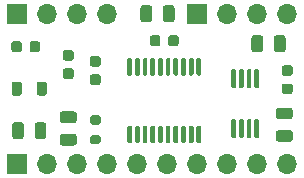
<source format=gts>
G04 #@! TF.GenerationSoftware,KiCad,Pcbnew,6.0.5+dfsg-1~bpo11+1*
G04 #@! TF.CreationDate,2022-12-25T14:08:46+00:00*
G04 #@! TF.ProjectId,stm32l0_mod_source,73746d33-326c-4305-9f6d-6f645f736f75,0.1*
G04 #@! TF.SameCoordinates,Original*
G04 #@! TF.FileFunction,Soldermask,Top*
G04 #@! TF.FilePolarity,Negative*
%FSLAX46Y46*%
G04 Gerber Fmt 4.6, Leading zero omitted, Abs format (unit mm)*
G04 Created by KiCad (PCBNEW 6.0.5+dfsg-1~bpo11+1) date 2022-12-25 14:08:46*
%MOMM*%
%LPD*%
G01*
G04 APERTURE LIST*
%ADD10R,1.700000X1.700000*%
%ADD11O,1.700000X1.700000*%
G04 APERTURE END LIST*
G36*
G01*
X145841000Y-96516000D02*
X145841000Y-96016000D01*
G75*
G02*
X146066000Y-95791000I225000J0D01*
G01*
X146516000Y-95791000D01*
G75*
G02*
X146741000Y-96016000I0J-225000D01*
G01*
X146741000Y-96516000D01*
G75*
G02*
X146516000Y-96741000I-225000J0D01*
G01*
X146066000Y-96741000D01*
G75*
G02*
X145841000Y-96516000I0J225000D01*
G01*
G37*
G36*
G01*
X147391000Y-96516000D02*
X147391000Y-96016000D01*
G75*
G02*
X147616000Y-95791000I225000J0D01*
G01*
X148066000Y-95791000D01*
G75*
G02*
X148291000Y-96016000I0J-225000D01*
G01*
X148291000Y-96516000D01*
G75*
G02*
X148066000Y-96741000I-225000J0D01*
G01*
X147616000Y-96741000D01*
G75*
G02*
X147391000Y-96516000I0J225000D01*
G01*
G37*
G36*
G01*
X138463000Y-102248000D02*
X139413000Y-102248000D01*
G75*
G02*
X139663000Y-102498000I0J-250000D01*
G01*
X139663000Y-102998000D01*
G75*
G02*
X139413000Y-103248000I-250000J0D01*
G01*
X138463000Y-103248000D01*
G75*
G02*
X138213000Y-102998000I0J250000D01*
G01*
X138213000Y-102498000D01*
G75*
G02*
X138463000Y-102248000I250000J0D01*
G01*
G37*
G36*
G01*
X138463000Y-104148000D02*
X139413000Y-104148000D01*
G75*
G02*
X139663000Y-104398000I0J-250000D01*
G01*
X139663000Y-104898000D01*
G75*
G02*
X139413000Y-105148000I-250000J0D01*
G01*
X138463000Y-105148000D01*
G75*
G02*
X138213000Y-104898000I0J250000D01*
G01*
X138213000Y-104398000D01*
G75*
G02*
X138463000Y-104148000I250000J0D01*
G01*
G37*
G36*
G01*
X139188000Y-99510000D02*
X138688000Y-99510000D01*
G75*
G02*
X138463000Y-99285000I0J225000D01*
G01*
X138463000Y-98835000D01*
G75*
G02*
X138688000Y-98610000I225000J0D01*
G01*
X139188000Y-98610000D01*
G75*
G02*
X139413000Y-98835000I0J-225000D01*
G01*
X139413000Y-99285000D01*
G75*
G02*
X139188000Y-99510000I-225000J0D01*
G01*
G37*
G36*
G01*
X139188000Y-97960000D02*
X138688000Y-97960000D01*
G75*
G02*
X138463000Y-97735000I0J225000D01*
G01*
X138463000Y-97285000D01*
G75*
G02*
X138688000Y-97060000I225000J0D01*
G01*
X139188000Y-97060000D01*
G75*
G02*
X139413000Y-97285000I0J-225000D01*
G01*
X139413000Y-97735000D01*
G75*
G02*
X139188000Y-97960000I-225000J0D01*
G01*
G37*
G36*
G01*
X156751000Y-101928000D02*
X157701000Y-101928000D01*
G75*
G02*
X157951000Y-102178000I0J-250000D01*
G01*
X157951000Y-102678000D01*
G75*
G02*
X157701000Y-102928000I-250000J0D01*
G01*
X156751000Y-102928000D01*
G75*
G02*
X156501000Y-102678000I0J250000D01*
G01*
X156501000Y-102178000D01*
G75*
G02*
X156751000Y-101928000I250000J0D01*
G01*
G37*
G36*
G01*
X156751000Y-103828000D02*
X157701000Y-103828000D01*
G75*
G02*
X157951000Y-104078000I0J-250000D01*
G01*
X157951000Y-104578000D01*
G75*
G02*
X157701000Y-104828000I-250000J0D01*
G01*
X156751000Y-104828000D01*
G75*
G02*
X156501000Y-104578000I0J250000D01*
G01*
X156501000Y-104078000D01*
G75*
G02*
X156751000Y-103828000I250000J0D01*
G01*
G37*
G36*
G01*
X157730000Y-100793000D02*
X157230000Y-100793000D01*
G75*
G02*
X157005000Y-100568000I0J225000D01*
G01*
X157005000Y-100118000D01*
G75*
G02*
X157230000Y-99893000I225000J0D01*
G01*
X157730000Y-99893000D01*
G75*
G02*
X157955000Y-100118000I0J-225000D01*
G01*
X157955000Y-100568000D01*
G75*
G02*
X157730000Y-100793000I-225000J0D01*
G01*
G37*
G36*
G01*
X157730000Y-99243000D02*
X157230000Y-99243000D01*
G75*
G02*
X157005000Y-99018000I0J225000D01*
G01*
X157005000Y-98568000D01*
G75*
G02*
X157230000Y-98343000I225000J0D01*
G01*
X157730000Y-98343000D01*
G75*
G02*
X157955000Y-98568000I0J-225000D01*
G01*
X157955000Y-99018000D01*
G75*
G02*
X157730000Y-99243000I-225000J0D01*
G01*
G37*
G36*
G01*
X154440000Y-96995000D02*
X154440000Y-96045000D01*
G75*
G02*
X154690000Y-95795000I250000J0D01*
G01*
X155190000Y-95795000D01*
G75*
G02*
X155440000Y-96045000I0J-250000D01*
G01*
X155440000Y-96995000D01*
G75*
G02*
X155190000Y-97245000I-250000J0D01*
G01*
X154690000Y-97245000D01*
G75*
G02*
X154440000Y-96995000I0J250000D01*
G01*
G37*
G36*
G01*
X156340000Y-96995000D02*
X156340000Y-96045000D01*
G75*
G02*
X156590000Y-95795000I250000J0D01*
G01*
X157090000Y-95795000D01*
G75*
G02*
X157340000Y-96045000I0J-250000D01*
G01*
X157340000Y-96995000D01*
G75*
G02*
X157090000Y-97245000I-250000J0D01*
G01*
X156590000Y-97245000D01*
G75*
G02*
X156340000Y-96995000I0J250000D01*
G01*
G37*
G36*
G01*
X147942000Y-93505000D02*
X147942000Y-94455000D01*
G75*
G02*
X147692000Y-94705000I-250000J0D01*
G01*
X147192000Y-94705000D01*
G75*
G02*
X146942000Y-94455000I0J250000D01*
G01*
X146942000Y-93505000D01*
G75*
G02*
X147192000Y-93255000I250000J0D01*
G01*
X147692000Y-93255000D01*
G75*
G02*
X147942000Y-93505000I0J-250000D01*
G01*
G37*
G36*
G01*
X146042000Y-93505000D02*
X146042000Y-94455000D01*
G75*
G02*
X145792000Y-94705000I-250000J0D01*
G01*
X145292000Y-94705000D01*
G75*
G02*
X145042000Y-94455000I0J250000D01*
G01*
X145042000Y-93505000D01*
G75*
G02*
X145292000Y-93255000I250000J0D01*
G01*
X145792000Y-93255000D01*
G75*
G02*
X146042000Y-93505000I0J-250000D01*
G01*
G37*
G36*
G01*
X144241000Y-104946000D02*
X144041000Y-104946000D01*
G75*
G02*
X143941000Y-104846000I0J100000D01*
G01*
X143941000Y-103571000D01*
G75*
G02*
X144041000Y-103471000I100000J0D01*
G01*
X144241000Y-103471000D01*
G75*
G02*
X144341000Y-103571000I0J-100000D01*
G01*
X144341000Y-104846000D01*
G75*
G02*
X144241000Y-104946000I-100000J0D01*
G01*
G37*
G36*
G01*
X144891000Y-104946000D02*
X144691000Y-104946000D01*
G75*
G02*
X144591000Y-104846000I0J100000D01*
G01*
X144591000Y-103571000D01*
G75*
G02*
X144691000Y-103471000I100000J0D01*
G01*
X144891000Y-103471000D01*
G75*
G02*
X144991000Y-103571000I0J-100000D01*
G01*
X144991000Y-104846000D01*
G75*
G02*
X144891000Y-104946000I-100000J0D01*
G01*
G37*
G36*
G01*
X145541000Y-104946000D02*
X145341000Y-104946000D01*
G75*
G02*
X145241000Y-104846000I0J100000D01*
G01*
X145241000Y-103571000D01*
G75*
G02*
X145341000Y-103471000I100000J0D01*
G01*
X145541000Y-103471000D01*
G75*
G02*
X145641000Y-103571000I0J-100000D01*
G01*
X145641000Y-104846000D01*
G75*
G02*
X145541000Y-104946000I-100000J0D01*
G01*
G37*
G36*
G01*
X146191000Y-104946000D02*
X145991000Y-104946000D01*
G75*
G02*
X145891000Y-104846000I0J100000D01*
G01*
X145891000Y-103571000D01*
G75*
G02*
X145991000Y-103471000I100000J0D01*
G01*
X146191000Y-103471000D01*
G75*
G02*
X146291000Y-103571000I0J-100000D01*
G01*
X146291000Y-104846000D01*
G75*
G02*
X146191000Y-104946000I-100000J0D01*
G01*
G37*
G36*
G01*
X146841000Y-104946000D02*
X146641000Y-104946000D01*
G75*
G02*
X146541000Y-104846000I0J100000D01*
G01*
X146541000Y-103571000D01*
G75*
G02*
X146641000Y-103471000I100000J0D01*
G01*
X146841000Y-103471000D01*
G75*
G02*
X146941000Y-103571000I0J-100000D01*
G01*
X146941000Y-104846000D01*
G75*
G02*
X146841000Y-104946000I-100000J0D01*
G01*
G37*
G36*
G01*
X147491000Y-104946000D02*
X147291000Y-104946000D01*
G75*
G02*
X147191000Y-104846000I0J100000D01*
G01*
X147191000Y-103571000D01*
G75*
G02*
X147291000Y-103471000I100000J0D01*
G01*
X147491000Y-103471000D01*
G75*
G02*
X147591000Y-103571000I0J-100000D01*
G01*
X147591000Y-104846000D01*
G75*
G02*
X147491000Y-104946000I-100000J0D01*
G01*
G37*
G36*
G01*
X148141000Y-104946000D02*
X147941000Y-104946000D01*
G75*
G02*
X147841000Y-104846000I0J100000D01*
G01*
X147841000Y-103571000D01*
G75*
G02*
X147941000Y-103471000I100000J0D01*
G01*
X148141000Y-103471000D01*
G75*
G02*
X148241000Y-103571000I0J-100000D01*
G01*
X148241000Y-104846000D01*
G75*
G02*
X148141000Y-104946000I-100000J0D01*
G01*
G37*
G36*
G01*
X148791000Y-104946000D02*
X148591000Y-104946000D01*
G75*
G02*
X148491000Y-104846000I0J100000D01*
G01*
X148491000Y-103571000D01*
G75*
G02*
X148591000Y-103471000I100000J0D01*
G01*
X148791000Y-103471000D01*
G75*
G02*
X148891000Y-103571000I0J-100000D01*
G01*
X148891000Y-104846000D01*
G75*
G02*
X148791000Y-104946000I-100000J0D01*
G01*
G37*
G36*
G01*
X149441000Y-104946000D02*
X149241000Y-104946000D01*
G75*
G02*
X149141000Y-104846000I0J100000D01*
G01*
X149141000Y-103571000D01*
G75*
G02*
X149241000Y-103471000I100000J0D01*
G01*
X149441000Y-103471000D01*
G75*
G02*
X149541000Y-103571000I0J-100000D01*
G01*
X149541000Y-104846000D01*
G75*
G02*
X149441000Y-104946000I-100000J0D01*
G01*
G37*
G36*
G01*
X150091000Y-104946000D02*
X149891000Y-104946000D01*
G75*
G02*
X149791000Y-104846000I0J100000D01*
G01*
X149791000Y-103571000D01*
G75*
G02*
X149891000Y-103471000I100000J0D01*
G01*
X150091000Y-103471000D01*
G75*
G02*
X150191000Y-103571000I0J-100000D01*
G01*
X150191000Y-104846000D01*
G75*
G02*
X150091000Y-104946000I-100000J0D01*
G01*
G37*
G36*
G01*
X150091000Y-99221000D02*
X149891000Y-99221000D01*
G75*
G02*
X149791000Y-99121000I0J100000D01*
G01*
X149791000Y-97846000D01*
G75*
G02*
X149891000Y-97746000I100000J0D01*
G01*
X150091000Y-97746000D01*
G75*
G02*
X150191000Y-97846000I0J-100000D01*
G01*
X150191000Y-99121000D01*
G75*
G02*
X150091000Y-99221000I-100000J0D01*
G01*
G37*
G36*
G01*
X149441000Y-99221000D02*
X149241000Y-99221000D01*
G75*
G02*
X149141000Y-99121000I0J100000D01*
G01*
X149141000Y-97846000D01*
G75*
G02*
X149241000Y-97746000I100000J0D01*
G01*
X149441000Y-97746000D01*
G75*
G02*
X149541000Y-97846000I0J-100000D01*
G01*
X149541000Y-99121000D01*
G75*
G02*
X149441000Y-99221000I-100000J0D01*
G01*
G37*
G36*
G01*
X148791000Y-99221000D02*
X148591000Y-99221000D01*
G75*
G02*
X148491000Y-99121000I0J100000D01*
G01*
X148491000Y-97846000D01*
G75*
G02*
X148591000Y-97746000I100000J0D01*
G01*
X148791000Y-97746000D01*
G75*
G02*
X148891000Y-97846000I0J-100000D01*
G01*
X148891000Y-99121000D01*
G75*
G02*
X148791000Y-99221000I-100000J0D01*
G01*
G37*
G36*
G01*
X148141000Y-99221000D02*
X147941000Y-99221000D01*
G75*
G02*
X147841000Y-99121000I0J100000D01*
G01*
X147841000Y-97846000D01*
G75*
G02*
X147941000Y-97746000I100000J0D01*
G01*
X148141000Y-97746000D01*
G75*
G02*
X148241000Y-97846000I0J-100000D01*
G01*
X148241000Y-99121000D01*
G75*
G02*
X148141000Y-99221000I-100000J0D01*
G01*
G37*
G36*
G01*
X147491000Y-99221000D02*
X147291000Y-99221000D01*
G75*
G02*
X147191000Y-99121000I0J100000D01*
G01*
X147191000Y-97846000D01*
G75*
G02*
X147291000Y-97746000I100000J0D01*
G01*
X147491000Y-97746000D01*
G75*
G02*
X147591000Y-97846000I0J-100000D01*
G01*
X147591000Y-99121000D01*
G75*
G02*
X147491000Y-99221000I-100000J0D01*
G01*
G37*
G36*
G01*
X146841000Y-99221000D02*
X146641000Y-99221000D01*
G75*
G02*
X146541000Y-99121000I0J100000D01*
G01*
X146541000Y-97846000D01*
G75*
G02*
X146641000Y-97746000I100000J0D01*
G01*
X146841000Y-97746000D01*
G75*
G02*
X146941000Y-97846000I0J-100000D01*
G01*
X146941000Y-99121000D01*
G75*
G02*
X146841000Y-99221000I-100000J0D01*
G01*
G37*
G36*
G01*
X146191000Y-99221000D02*
X145991000Y-99221000D01*
G75*
G02*
X145891000Y-99121000I0J100000D01*
G01*
X145891000Y-97846000D01*
G75*
G02*
X145991000Y-97746000I100000J0D01*
G01*
X146191000Y-97746000D01*
G75*
G02*
X146291000Y-97846000I0J-100000D01*
G01*
X146291000Y-99121000D01*
G75*
G02*
X146191000Y-99221000I-100000J0D01*
G01*
G37*
G36*
G01*
X145541000Y-99221000D02*
X145341000Y-99221000D01*
G75*
G02*
X145241000Y-99121000I0J100000D01*
G01*
X145241000Y-97846000D01*
G75*
G02*
X145341000Y-97746000I100000J0D01*
G01*
X145541000Y-97746000D01*
G75*
G02*
X145641000Y-97846000I0J-100000D01*
G01*
X145641000Y-99121000D01*
G75*
G02*
X145541000Y-99221000I-100000J0D01*
G01*
G37*
G36*
G01*
X144891000Y-99221000D02*
X144691000Y-99221000D01*
G75*
G02*
X144591000Y-99121000I0J100000D01*
G01*
X144591000Y-97846000D01*
G75*
G02*
X144691000Y-97746000I100000J0D01*
G01*
X144891000Y-97746000D01*
G75*
G02*
X144991000Y-97846000I0J-100000D01*
G01*
X144991000Y-99121000D01*
G75*
G02*
X144891000Y-99221000I-100000J0D01*
G01*
G37*
G36*
G01*
X144241000Y-99221000D02*
X144041000Y-99221000D01*
G75*
G02*
X143941000Y-99121000I0J100000D01*
G01*
X143941000Y-97846000D01*
G75*
G02*
X144041000Y-97746000I100000J0D01*
G01*
X144241000Y-97746000D01*
G75*
G02*
X144341000Y-97846000I0J-100000D01*
G01*
X144341000Y-99121000D01*
G75*
G02*
X144241000Y-99221000I-100000J0D01*
G01*
G37*
G36*
G01*
X153049000Y-104525000D02*
X152849000Y-104525000D01*
G75*
G02*
X152749000Y-104425000I0J100000D01*
G01*
X152749000Y-103000000D01*
G75*
G02*
X152849000Y-102900000I100000J0D01*
G01*
X153049000Y-102900000D01*
G75*
G02*
X153149000Y-103000000I0J-100000D01*
G01*
X153149000Y-104425000D01*
G75*
G02*
X153049000Y-104525000I-100000J0D01*
G01*
G37*
G36*
G01*
X153699000Y-104525000D02*
X153499000Y-104525000D01*
G75*
G02*
X153399000Y-104425000I0J100000D01*
G01*
X153399000Y-103000000D01*
G75*
G02*
X153499000Y-102900000I100000J0D01*
G01*
X153699000Y-102900000D01*
G75*
G02*
X153799000Y-103000000I0J-100000D01*
G01*
X153799000Y-104425000D01*
G75*
G02*
X153699000Y-104525000I-100000J0D01*
G01*
G37*
G36*
G01*
X154349000Y-104525000D02*
X154149000Y-104525000D01*
G75*
G02*
X154049000Y-104425000I0J100000D01*
G01*
X154049000Y-103000000D01*
G75*
G02*
X154149000Y-102900000I100000J0D01*
G01*
X154349000Y-102900000D01*
G75*
G02*
X154449000Y-103000000I0J-100000D01*
G01*
X154449000Y-104425000D01*
G75*
G02*
X154349000Y-104525000I-100000J0D01*
G01*
G37*
G36*
G01*
X154999000Y-104525000D02*
X154799000Y-104525000D01*
G75*
G02*
X154699000Y-104425000I0J100000D01*
G01*
X154699000Y-103000000D01*
G75*
G02*
X154799000Y-102900000I100000J0D01*
G01*
X154999000Y-102900000D01*
G75*
G02*
X155099000Y-103000000I0J-100000D01*
G01*
X155099000Y-104425000D01*
G75*
G02*
X154999000Y-104525000I-100000J0D01*
G01*
G37*
G36*
G01*
X154999000Y-100300000D02*
X154799000Y-100300000D01*
G75*
G02*
X154699000Y-100200000I0J100000D01*
G01*
X154699000Y-98775000D01*
G75*
G02*
X154799000Y-98675000I100000J0D01*
G01*
X154999000Y-98675000D01*
G75*
G02*
X155099000Y-98775000I0J-100000D01*
G01*
X155099000Y-100200000D01*
G75*
G02*
X154999000Y-100300000I-100000J0D01*
G01*
G37*
G36*
G01*
X154349000Y-100300000D02*
X154149000Y-100300000D01*
G75*
G02*
X154049000Y-100200000I0J100000D01*
G01*
X154049000Y-98775000D01*
G75*
G02*
X154149000Y-98675000I100000J0D01*
G01*
X154349000Y-98675000D01*
G75*
G02*
X154449000Y-98775000I0J-100000D01*
G01*
X154449000Y-100200000D01*
G75*
G02*
X154349000Y-100300000I-100000J0D01*
G01*
G37*
G36*
G01*
X153699000Y-100300000D02*
X153499000Y-100300000D01*
G75*
G02*
X153399000Y-100200000I0J100000D01*
G01*
X153399000Y-98775000D01*
G75*
G02*
X153499000Y-98675000I100000J0D01*
G01*
X153699000Y-98675000D01*
G75*
G02*
X153799000Y-98775000I0J-100000D01*
G01*
X153799000Y-100200000D01*
G75*
G02*
X153699000Y-100300000I-100000J0D01*
G01*
G37*
G36*
G01*
X153049000Y-100300000D02*
X152849000Y-100300000D01*
G75*
G02*
X152749000Y-100200000I0J100000D01*
G01*
X152749000Y-98775000D01*
G75*
G02*
X152849000Y-98675000I100000J0D01*
G01*
X153049000Y-98675000D01*
G75*
G02*
X153149000Y-98775000I0J-100000D01*
G01*
X153149000Y-100200000D01*
G75*
G02*
X153049000Y-100300000I-100000J0D01*
G01*
G37*
G36*
G01*
X140949000Y-102598000D02*
X141499000Y-102598000D01*
G75*
G02*
X141699000Y-102798000I0J-200000D01*
G01*
X141699000Y-103198000D01*
G75*
G02*
X141499000Y-103398000I-200000J0D01*
G01*
X140949000Y-103398000D01*
G75*
G02*
X140749000Y-103198000I0J200000D01*
G01*
X140749000Y-102798000D01*
G75*
G02*
X140949000Y-102598000I200000J0D01*
G01*
G37*
G36*
G01*
X140949000Y-104248000D02*
X141499000Y-104248000D01*
G75*
G02*
X141699000Y-104448000I0J-200000D01*
G01*
X141699000Y-104848000D01*
G75*
G02*
X141499000Y-105048000I-200000J0D01*
G01*
X140949000Y-105048000D01*
G75*
G02*
X140749000Y-104848000I0J200000D01*
G01*
X140749000Y-104448000D01*
G75*
G02*
X140949000Y-104248000I200000J0D01*
G01*
G37*
G36*
G01*
X141474000Y-100018000D02*
X140974000Y-100018000D01*
G75*
G02*
X140749000Y-99793000I0J225000D01*
G01*
X140749000Y-99343000D01*
G75*
G02*
X140974000Y-99118000I225000J0D01*
G01*
X141474000Y-99118000D01*
G75*
G02*
X141699000Y-99343000I0J-225000D01*
G01*
X141699000Y-99793000D01*
G75*
G02*
X141474000Y-100018000I-225000J0D01*
G01*
G37*
G36*
G01*
X141474000Y-98468000D02*
X140974000Y-98468000D01*
G75*
G02*
X140749000Y-98243000I0J225000D01*
G01*
X140749000Y-97793000D01*
G75*
G02*
X140974000Y-97568000I225000J0D01*
G01*
X141474000Y-97568000D01*
G75*
G02*
X141699000Y-97793000I0J-225000D01*
G01*
X141699000Y-98243000D01*
G75*
G02*
X141474000Y-98468000I-225000J0D01*
G01*
G37*
G36*
G01*
X134186000Y-104361000D02*
X134186000Y-103411000D01*
G75*
G02*
X134436000Y-103161000I250000J0D01*
G01*
X134936000Y-103161000D01*
G75*
G02*
X135186000Y-103411000I0J-250000D01*
G01*
X135186000Y-104361000D01*
G75*
G02*
X134936000Y-104611000I-250000J0D01*
G01*
X134436000Y-104611000D01*
G75*
G02*
X134186000Y-104361000I0J250000D01*
G01*
G37*
G36*
G01*
X136086000Y-104361000D02*
X136086000Y-103411000D01*
G75*
G02*
X136336000Y-103161000I250000J0D01*
G01*
X136836000Y-103161000D01*
G75*
G02*
X137086000Y-103411000I0J-250000D01*
G01*
X137086000Y-104361000D01*
G75*
G02*
X136836000Y-104611000I-250000J0D01*
G01*
X136336000Y-104611000D01*
G75*
G02*
X136086000Y-104361000I0J250000D01*
G01*
G37*
G36*
G01*
X134106200Y-97024000D02*
X134106200Y-96524000D01*
G75*
G02*
X134331200Y-96299000I225000J0D01*
G01*
X134781200Y-96299000D01*
G75*
G02*
X135006200Y-96524000I0J-225000D01*
G01*
X135006200Y-97024000D01*
G75*
G02*
X134781200Y-97249000I-225000J0D01*
G01*
X134331200Y-97249000D01*
G75*
G02*
X134106200Y-97024000I0J225000D01*
G01*
G37*
G36*
G01*
X135656200Y-97024000D02*
X135656200Y-96524000D01*
G75*
G02*
X135881200Y-96299000I225000J0D01*
G01*
X136331200Y-96299000D01*
G75*
G02*
X136556200Y-96524000I0J-225000D01*
G01*
X136556200Y-97024000D01*
G75*
G02*
X136331200Y-97249000I-225000J0D01*
G01*
X135881200Y-97249000D01*
G75*
G02*
X135656200Y-97024000I0J225000D01*
G01*
G37*
G36*
G01*
X134136000Y-100711250D02*
X134136000Y-99948750D01*
G75*
G02*
X134354750Y-99730000I218750J0D01*
G01*
X134792250Y-99730000D01*
G75*
G02*
X135011000Y-99948750I0J-218750D01*
G01*
X135011000Y-100711250D01*
G75*
G02*
X134792250Y-100930000I-218750J0D01*
G01*
X134354750Y-100930000D01*
G75*
G02*
X134136000Y-100711250I0J218750D01*
G01*
G37*
G36*
G01*
X136261000Y-100711250D02*
X136261000Y-99948750D01*
G75*
G02*
X136479750Y-99730000I218750J0D01*
G01*
X136917250Y-99730000D01*
G75*
G02*
X137136000Y-99948750I0J-218750D01*
G01*
X137136000Y-100711250D01*
G75*
G02*
X136917250Y-100930000I-218750J0D01*
G01*
X136479750Y-100930000D01*
G75*
G02*
X136261000Y-100711250I0J218750D01*
G01*
G37*
D10*
X149860000Y-93980000D03*
D11*
X152400000Y-93980000D03*
X154940000Y-93980000D03*
X157480000Y-93980000D03*
D10*
X134620000Y-93980000D03*
D11*
X137160000Y-93980000D03*
X139700000Y-93980000D03*
X142240000Y-93980000D03*
D10*
X134620000Y-106680000D03*
D11*
X137160000Y-106680000D03*
X139700000Y-106680000D03*
X142240000Y-106680000D03*
X144780000Y-106680000D03*
X147320000Y-106680000D03*
X149860000Y-106680000D03*
X152400000Y-106680000D03*
X154940000Y-106680000D03*
X157480000Y-106680000D03*
M02*

</source>
